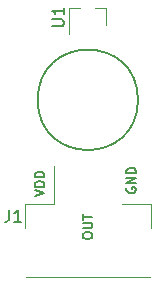
<source format=gto>
G04 #@! TF.GenerationSoftware,KiCad,Pcbnew,(5.1.9)-1*
G04 #@! TF.CreationDate,2021-05-18T23:06:42-05:00*
G04 #@! TF.ProjectId,Magnetic_Switch,4d61676e-6574-4696-935f-537769746368,rev?*
G04 #@! TF.SameCoordinates,Original*
G04 #@! TF.FileFunction,Legend,Top*
G04 #@! TF.FilePolarity,Positive*
%FSLAX46Y46*%
G04 Gerber Fmt 4.6, Leading zero omitted, Abs format (unit mm)*
G04 Created by KiCad (PCBNEW (5.1.9)-1) date 2021-05-18 23:06:42*
%MOMM*%
%LPD*%
G01*
G04 APERTURE LIST*
%ADD10C,0.152400*%
%ADD11C,0.150000*%
%ADD12C,0.120000*%
%ADD13R,0.800000X0.900000*%
G04 APERTURE END LIST*
D10*
X147294600Y-100949276D02*
X147255895Y-101026685D01*
X147255895Y-101142800D01*
X147294600Y-101258914D01*
X147372009Y-101336323D01*
X147449419Y-101375028D01*
X147604238Y-101413733D01*
X147720352Y-101413733D01*
X147875171Y-101375028D01*
X147952580Y-101336323D01*
X148029990Y-101258914D01*
X148068695Y-101142800D01*
X148068695Y-101065390D01*
X148029990Y-100949276D01*
X147991285Y-100910571D01*
X147720352Y-100910571D01*
X147720352Y-101065390D01*
X148068695Y-100562228D02*
X147255895Y-100562228D01*
X148068695Y-100097771D01*
X147255895Y-100097771D01*
X148068695Y-99710723D02*
X147255895Y-99710723D01*
X147255895Y-99517200D01*
X147294600Y-99401085D01*
X147372009Y-99323676D01*
X147449419Y-99284971D01*
X147604238Y-99246266D01*
X147720352Y-99246266D01*
X147875171Y-99284971D01*
X147952580Y-99323676D01*
X148029990Y-99401085D01*
X148068695Y-99517200D01*
X148068695Y-99710723D01*
X143572895Y-105079800D02*
X143572895Y-104924980D01*
X143611600Y-104847571D01*
X143689009Y-104770161D01*
X143843828Y-104731457D01*
X144114761Y-104731457D01*
X144269580Y-104770161D01*
X144346990Y-104847571D01*
X144385695Y-104924980D01*
X144385695Y-105079800D01*
X144346990Y-105157209D01*
X144269580Y-105234619D01*
X144114761Y-105273323D01*
X143843828Y-105273323D01*
X143689009Y-105234619D01*
X143611600Y-105157209D01*
X143572895Y-105079800D01*
X143572895Y-104383114D02*
X144230876Y-104383114D01*
X144308285Y-104344409D01*
X144346990Y-104305704D01*
X144385695Y-104228295D01*
X144385695Y-104073476D01*
X144346990Y-103996066D01*
X144308285Y-103957361D01*
X144230876Y-103918657D01*
X143572895Y-103918657D01*
X143572895Y-103647723D02*
X143572895Y-103183266D01*
X144385695Y-103415495D02*
X143572895Y-103415495D01*
X139508895Y-101667733D02*
X140321695Y-101396800D01*
X139508895Y-101125866D01*
X140321695Y-100854933D02*
X139508895Y-100854933D01*
X139508895Y-100661409D01*
X139547600Y-100545295D01*
X139625009Y-100467885D01*
X139702419Y-100429180D01*
X139857238Y-100390476D01*
X139973352Y-100390476D01*
X140128171Y-100429180D01*
X140205580Y-100467885D01*
X140282990Y-100545295D01*
X140321695Y-100661409D01*
X140321695Y-100854933D01*
X140321695Y-100042133D02*
X139508895Y-100042133D01*
X139508895Y-99848609D01*
X139547600Y-99732495D01*
X139625009Y-99655085D01*
X139702419Y-99616380D01*
X139857238Y-99577676D01*
X139973352Y-99577676D01*
X140128171Y-99616380D01*
X140205580Y-99655085D01*
X140282990Y-99732495D01*
X140321695Y-99848609D01*
X140321695Y-100042133D01*
D11*
X148250000Y-93500000D02*
G75*
G03*
X148250000Y-93500000I-4250000J0D01*
G01*
D12*
X145580000Y-85740000D02*
X144650000Y-85740000D01*
X142420000Y-85740000D02*
X143350000Y-85740000D01*
X142420000Y-85740000D02*
X142420000Y-87900000D01*
X145580000Y-85740000D02*
X145580000Y-87200000D01*
X138640000Y-104340000D02*
X138640000Y-102340000D01*
X138640000Y-102340000D02*
X141140000Y-102340000D01*
X141140000Y-102340000D02*
X141140000Y-99100000D01*
X149360000Y-104340000D02*
X149360000Y-102340000D01*
X149360000Y-102340000D02*
X146860000Y-102340000D01*
X138750000Y-108460000D02*
X149250000Y-108460000D01*
D11*
X140952380Y-87261904D02*
X141761904Y-87261904D01*
X141857142Y-87214285D01*
X141904761Y-87166666D01*
X141952380Y-87071428D01*
X141952380Y-86880952D01*
X141904761Y-86785714D01*
X141857142Y-86738095D01*
X141761904Y-86690476D01*
X140952380Y-86690476D01*
X141952380Y-85690476D02*
X141952380Y-86261904D01*
X141952380Y-85976190D02*
X140952380Y-85976190D01*
X141095238Y-86071428D01*
X141190476Y-86166666D01*
X141238095Y-86261904D01*
X137334666Y-102830380D02*
X137334666Y-103544666D01*
X137287047Y-103687523D01*
X137191809Y-103782761D01*
X137048952Y-103830380D01*
X136953714Y-103830380D01*
X138334666Y-103830380D02*
X137763238Y-103830380D01*
X138048952Y-103830380D02*
X138048952Y-102830380D01*
X137953714Y-102973238D01*
X137858476Y-103068476D01*
X137763238Y-103116095D01*
%LPC*%
D13*
X144000000Y-85500000D03*
X144950000Y-87500000D03*
X143050000Y-87500000D03*
G36*
G01*
X149370000Y-107650000D02*
X149370000Y-104850000D01*
G75*
G02*
X149620000Y-104600000I250000J0D01*
G01*
X151420000Y-104600000D01*
G75*
G02*
X151670000Y-104850000I0J-250000D01*
G01*
X151670000Y-107650000D01*
G75*
G02*
X151420000Y-107900000I-250000J0D01*
G01*
X149620000Y-107900000D01*
G75*
G02*
X149370000Y-107650000I0J250000D01*
G01*
G37*
G36*
G01*
X136330000Y-107650000D02*
X136330000Y-104850000D01*
G75*
G02*
X136580000Y-104600000I250000J0D01*
G01*
X138380000Y-104600000D01*
G75*
G02*
X138630000Y-104850000I0J-250000D01*
G01*
X138630000Y-107650000D01*
G75*
G02*
X138380000Y-107900000I-250000J0D01*
G01*
X136580000Y-107900000D01*
G75*
G02*
X136330000Y-107650000I0J250000D01*
G01*
G37*
G36*
G01*
X145400000Y-101950001D02*
X145400000Y-99349999D01*
G75*
G02*
X145649999Y-99100000I249999J0D01*
G01*
X146350001Y-99100000D01*
G75*
G02*
X146600000Y-99349999I0J-249999D01*
G01*
X146600000Y-101950001D01*
G75*
G02*
X146350001Y-102200000I-249999J0D01*
G01*
X145649999Y-102200000D01*
G75*
G02*
X145400000Y-101950001I0J249999D01*
G01*
G37*
G36*
G01*
X143400000Y-101950001D02*
X143400000Y-99349999D01*
G75*
G02*
X143649999Y-99100000I249999J0D01*
G01*
X144350001Y-99100000D01*
G75*
G02*
X144600000Y-99349999I0J-249999D01*
G01*
X144600000Y-101950001D01*
G75*
G02*
X144350001Y-102200000I-249999J0D01*
G01*
X143649999Y-102200000D01*
G75*
G02*
X143400000Y-101950001I0J249999D01*
G01*
G37*
G36*
G01*
X141400000Y-101950001D02*
X141400000Y-99349999D01*
G75*
G02*
X141649999Y-99100000I249999J0D01*
G01*
X142350001Y-99100000D01*
G75*
G02*
X142600000Y-99349999I0J-249999D01*
G01*
X142600000Y-101950001D01*
G75*
G02*
X142350001Y-102200000I-249999J0D01*
G01*
X141649999Y-102200000D01*
G75*
G02*
X141400000Y-101950001I0J249999D01*
G01*
G37*
M02*

</source>
